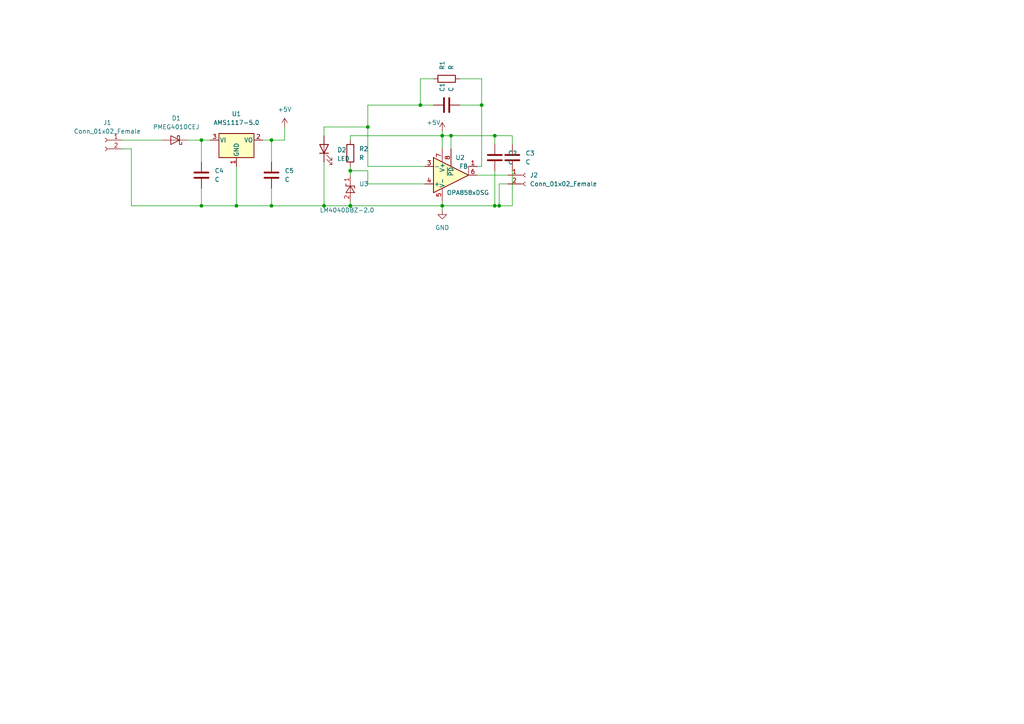
<source format=kicad_sch>
(kicad_sch (version 20211123) (generator eeschema)
  (paper "A4")
  (lib_symbols
    (symbol "Amplifier_Operational:OPA858xDSG" (pin_names (offset 0.127))
      (property "Reference" "U" (at 1.27 8.89 0))
      (property "Value" "OPA858xDSG" (at 1.27 6.35 0))
      (symbol "OPA858xDSG_0_0"
        (pin power_in line (at -2.54 7.62 270) (length 3.81) (name "V+") (number "7"))
        (pin input line (at 0 7.62 270) (length 5.08) (name "~{PD}") (number "8"))
        (pin passive line (at -2.54 -7.62 90) (length 3.81) hide (name "V-") (number "9"))
      )
      (symbol "OPA858xDSG_0_1"
        (polyline (pts (xy 5.08 0) (xy 5.08 2.54)) (stroke (width 0.1524)))
        (polyline (pts (xy -5.08 5.08) (xy 5.08 0) (xy -5.08 -5.08) (xy -5.08 5.08)) (stroke (width 0.254)) (fill (type background)))
        (pin no_connect line (at -5.08 -5.08 90) (length 3.81) hide (name "NC") (number "2"))
        (pin output line (at 7.62 0 180) (length 2.54) (name "~") (number "6"))
      )
      (symbol "OPA858xDSG_1_1"
        (pin output line (at 7.62 2.54 180) (length 2.54) (name "FB") (number "1"))
        (pin input line (at -7.62 2.54 0) (length 2.54) (name "-") (number "3"))
        (pin input line (at -7.62 -2.54 0) (length 2.54) (name "+") (number "4"))
        (pin power_in line (at -2.54 -7.62 90) (length 3.81) (name "V-") (number "5"))
      )
    )
    (symbol "Connector:Conn_01x02_Female" (pin_names (offset 1.016) hide)
      (property "Reference" "J" (at 0 2.54 0))
      (property "Value" "Conn_01x02_Female" (at 0 -5.08 0))
      (symbol "Conn_01x02_Female_1_1"
        (arc (start 0 -2.032) (mid -0.508 -2.54) (end 0 -3.048) (stroke (width 0.1524)))
        (polyline (pts (xy -1.27 -2.54) (xy -0.508 -2.54)) (stroke (width 0.1524)))
        (polyline (pts (xy -1.27 0) (xy -0.508 0)) (stroke (width 0.1524)))
        (arc (start 0 0.508) (mid -0.508 0) (end 0 -0.508) (stroke (width 0.1524)))
        (pin passive line (at -5.08 0 0) (length 3.81) (name "Pin_1") (number "1"))
        (pin passive line (at -5.08 -2.54 0) (length 3.81) (name "Pin_2") (number "2"))
      )
    )
    (symbol "Device:C" (pin_numbers hide) (pin_names (offset 0.254))
      (property "Reference" "C" (at 0.635 2.54 0))
      (property "Value" "C" (at 0.635 -2.54 0))
      (symbol "C_0_1"
        (polyline (pts (xy -2.032 -0.762) (xy 2.032 -0.762)) (stroke (width 0.508)))
        (polyline (pts (xy -2.032 0.762) (xy 2.032 0.762)) (stroke (width 0.508)))
      )
      (symbol "C_1_1"
        (pin passive line (at 0 3.81 270) (length 2.794) (name "~") (number "1"))
        (pin passive line (at 0 -3.81 90) (length 2.794) (name "~") (number "2"))
      )
    )
    (symbol "Device:LED" (pin_numbers hide) (pin_names (offset 1.016) hide)
      (property "Reference" "D" (at 0 2.54 0))
      (property "Value" "LED" (at 0 -2.54 0))
      (symbol "LED_0_1"
        (polyline (pts (xy -1.27 -1.27) (xy -1.27 1.27)) (stroke (width 0.254)))
        (polyline (pts (xy -1.27 0) (xy 1.27 0)))
        (polyline (pts (xy 1.27 -1.27) (xy 1.27 1.27) (xy -1.27 0) (xy 1.27 -1.27)) (stroke (width 0.254)))
        (polyline (pts (xy -3.048 -0.762) (xy -4.572 -2.286) (xy -3.81 -2.286) (xy -4.572 -2.286) (xy -4.572 -1.524)))
        (polyline (pts (xy -1.778 -0.762) (xy -3.302 -2.286) (xy -2.54 -2.286) (xy -3.302 -2.286) (xy -3.302 -1.524)))
      )
      (symbol "LED_1_1"
        (pin passive line (at -3.81 0 0) (length 2.54) (name "K") (number "1"))
        (pin passive line (at 3.81 0 180) (length 2.54) (name "A") (number "2"))
      )
    )
    (symbol "Device:R" (pin_numbers hide) (pin_names (offset 0))
      (property "Reference" "R" (at 2.032 0 90))
      (property "Value" "R" (at 0 0 90))
      (symbol "R_0_1"
        (rectangle (start -1.016 -2.54) (end 1.016 2.54) (stroke (width 0.254)))
      )
      (symbol "R_1_1"
        (pin passive line (at 0 3.81 270) (length 1.27) (name "~") (number "1"))
        (pin passive line (at 0 -3.81 90) (length 1.27) (name "~") (number "2"))
      )
    )
    (symbol "Diode:PMEG4010CEJ" (pin_numbers hide) (pin_names hide)
      (property "Reference" "D" (at 0 2.54 0))
      (property "Value" "PMEG4010CEJ" (at 0 -2.54 0))
      (symbol "PMEG4010CEJ_0_1"
        (polyline (pts (xy 1.27 0) (xy -1.27 0)))
        (polyline (pts (xy 1.27 1.27) (xy 1.27 -1.27) (xy -1.27 0) (xy 1.27 1.27)) (stroke (width 0.2032)))
        (polyline (pts (xy -1.905 0.635) (xy -1.905 1.27) (xy -1.27 1.27) (xy -1.27 -1.27) (xy -0.635 -1.27) (xy -0.635 -0.635)) (stroke (width 0.2032)))
      )
      (symbol "PMEG4010CEJ_1_1"
        (pin passive line (at -3.81 0 0) (length 2.54) (name "K") (number "1"))
        (pin passive line (at 3.81 0 180) (length 2.54) (name "A") (number "2"))
      )
    )
    (symbol "Reference_Voltage:LM4040DBZ-2.0" (pin_names (offset 0.0254) hide)
      (property "Reference" "U" (at 0 2.54 0))
      (property "Value" "LM4040DBZ-2.0" (at 0 -3.175 0))
      (symbol "LM4040DBZ-2.0_0_1"
        (polyline (pts (xy -1.27 0) (xy 0 0) (xy 1.27 0)))
        (polyline (pts (xy -1.27 -1.27) (xy 0.635 0) (xy -1.27 1.27) (xy -1.27 -1.27)) (stroke (width 0.2032)))
        (polyline (pts (xy 0 -1.27) (xy 0.635 -1.27) (xy 0.635 1.27) (xy 1.27 1.27)) (stroke (width 0.2032)))
      )
      (symbol "LM4040DBZ-2.0_1_1"
        (pin passive line (at 3.81 0 180) (length 2.54) (name "K") (number "1"))
        (pin passive line (at -3.81 0 0) (length 2.54) (name "A") (number "2"))
      )
    )
    (symbol "Regulator_Linear:AMS1117-5.0" (pin_names (offset 0.254))
      (property "Reference" "U" (at -3.81 3.175 0))
      (property "Value" "AMS1117-5.0" (at 0 3.175 0))
      (symbol "AMS1117-5.0_0_1"
        (rectangle (start -5.08 -5.08) (end 5.08 1.905) (stroke (width 0.254)) (fill (type background)))
      )
      (symbol "AMS1117-5.0_1_1"
        (pin power_in line (at 0 -7.62 90) (length 2.54) (name "GND") (number "1"))
        (pin power_out line (at 7.62 0 180) (length 2.54) (name "VO") (number "2"))
        (pin power_in line (at -7.62 0 0) (length 2.54) (name "VI") (number "3"))
      )
    )
    (symbol "power:+5V" (power) (pin_names (offset 0))
      (property "Value" "+5V" (at 0 3.556 0))
      (symbol "+5V_0_1"
        (polyline (pts (xy -0.762 1.27) (xy 0 2.54)))
        (polyline (pts (xy 0 0) (xy 0 2.54)))
        (polyline (pts (xy 0 2.54) (xy 0.762 1.27)))
      )
      (symbol "+5V_1_1"
        (pin power_in line (at 0 0 90) (length 0) hide (name "+5V") (number "1"))
      )
    )
    (symbol "power:GND" (power) (pin_names (offset 0))
      (property "Value" "GND" (at 0 -3.81 0))
      (symbol "GND_0_1"
        (polyline (pts (xy 0 0) (xy 0 -1.27) (xy 1.27 -1.27) (xy 0 -2.54) (xy -1.27 -1.27) (xy 0 -1.27)))
      )
      (symbol "GND_1_1"
        (pin power_in line (at 0 0 270) (length 0) hide (name "GND") (number "1"))
      )
    )
  )
  (junction (at 93.98 59.69))
  (junction (at 78.74 59.69))
  (junction (at 128.27 59.69))
  (junction (at 58.42 59.69))
  (junction (at 101.6 59.69))
  (junction (at 139.7 30.48))
  (junction (at 121.92 30.48))
  (junction (at 144.78 59.69))
  (junction (at 68.58 59.69))
  (junction (at 143.51 59.69))
  (junction (at 106.68 36.83))
  (junction (at 101.6 49.53))
  (junction (at 143.51 39.37))
  (junction (at 130.81 39.37))
  (junction (at 78.74 40.64))
  (junction (at 128.27 39.37))
  (junction (at 58.42 40.64))
  (wire (pts (xy 143.51 39.37) (xy 130.81 39.37)))
  (wire (pts (xy 58.42 54.61) (xy 58.42 59.69)))
  (wire (pts (xy 106.68 53.34) (xy 123.19 53.34)))
  (wire (pts (xy 68.58 59.69) (xy 78.74 59.69)))
  (wire (pts (xy 78.74 59.69) (xy 93.98 59.69)))
  (wire (pts (xy 128.27 39.37) (xy 130.81 39.37)))
  (wire (pts (xy 106.68 48.26) (xy 106.68 36.83)))
  (wire (pts (xy 121.92 30.48) (xy 125.73 30.48)))
  (wire (pts (xy 139.7 22.86) (xy 139.7 30.48)))
  (wire (pts (xy 93.98 46.99) (xy 93.98 59.69)))
  (wire (pts (xy 148.59 49.53) (xy 148.59 59.69)))
  (wire (pts (xy 144.78 59.69) (xy 143.51 59.69)))
  (wire (pts (xy 78.74 54.61) (xy 78.74 59.69)))
  (wire (pts (xy 139.7 30.48) (xy 139.7 48.26)))
  (wire (pts (xy 76.2 40.64) (xy 78.74 40.64)))
  (wire (pts (xy 78.74 40.64) (xy 82.55 40.64)))
  (wire (pts (xy 101.6 58.42) (xy 101.6 59.69)))
  (wire (pts (xy 101.6 59.69) (xy 128.27 59.69)))
  (wire (pts (xy 128.27 59.69) (xy 143.51 59.69)))
  (wire (pts (xy 101.6 39.37) (xy 128.27 39.37)))
  (wire (pts (xy 93.98 59.69) (xy 101.6 59.69)))
  (wire (pts (xy 147.32 53.34) (xy 144.78 53.34)))
  (wire (pts (xy 121.92 22.86) (xy 125.73 22.86)))
  (wire (pts (xy 133.35 22.86) (xy 139.7 22.86)))
  (wire (pts (xy 130.81 39.37) (xy 130.81 43.18)))
  (wire (pts (xy 101.6 48.26) (xy 101.6 49.53)))
  (wire (pts (xy 93.98 39.37) (xy 93.98 36.83)))
  (wire (pts (xy 106.68 36.83) (xy 106.68 30.48)))
  (wire (pts (xy 144.78 53.34) (xy 144.78 59.69)))
  (wire (pts (xy 93.98 36.83) (xy 106.68 36.83)))
  (wire (pts (xy 133.35 30.48) (xy 139.7 30.48)))
  (wire (pts (xy 138.43 50.8) (xy 147.32 50.8)))
  (wire (pts (xy 54.61 40.64) (xy 58.42 40.64)))
  (wire (pts (xy 82.55 36.83) (xy 82.55 40.64)))
  (wire (pts (xy 128.27 59.69) (xy 128.27 60.96)))
  (wire (pts (xy 68.58 48.26) (xy 68.58 59.69)))
  (wire (pts (xy 121.92 30.48) (xy 121.92 22.86)))
  (wire (pts (xy 106.68 48.26) (xy 123.19 48.26)))
  (wire (pts (xy 58.42 40.64) (xy 58.42 46.99)))
  (wire (pts (xy 148.59 41.91) (xy 148.59 39.37)))
  (wire (pts (xy 128.27 39.37) (xy 128.27 43.18)))
  (wire (pts (xy 106.68 49.53) (xy 101.6 49.53)))
  (wire (pts (xy 38.1 59.69) (xy 58.42 59.69)))
  (wire (pts (xy 58.42 40.64) (xy 60.96 40.64)))
  (wire (pts (xy 106.68 53.34) (xy 106.68 49.53)))
  (wire (pts (xy 78.74 46.99) (xy 78.74 40.64)))
  (wire (pts (xy 128.27 38.1) (xy 128.27 39.37)))
  (wire (pts (xy 35.56 43.18) (xy 38.1 43.18)))
  (wire (pts (xy 139.7 48.26) (xy 138.43 48.26)))
  (wire (pts (xy 143.51 49.53) (xy 143.51 59.69)))
  (wire (pts (xy 148.59 39.37) (xy 143.51 39.37)))
  (wire (pts (xy 101.6 49.53) (xy 101.6 50.8)))
  (wire (pts (xy 148.59 59.69) (xy 144.78 59.69)))
  (wire (pts (xy 128.27 58.42) (xy 128.27 59.69)))
  (wire (pts (xy 101.6 39.37) (xy 101.6 40.64)))
  (wire (pts (xy 35.56 40.64) (xy 46.99 40.64)))
  (wire (pts (xy 143.51 39.37) (xy 143.51 41.91)))
  (wire (pts (xy 58.42 59.69) (xy 68.58 59.69)))
  (wire (pts (xy 106.68 30.48) (xy 121.92 30.48)))
  (wire (pts (xy 38.1 43.18) (xy 38.1 59.69)))
  (symbol (lib_id "Device:C") (at 148.59 45.72 180) (unit 1)
    (property "Reference" "C3" (at 152.4 44.4499 0) (effects (justify right)))
    (property "Value" "C" (at 152.4 46.9899 0) (effects (justify right)))
    (property "Footprint" "Capacitor_SMD:C_0201_0603Metric" (effects hide))
  )
  (symbol (lib_id "Connector:Conn_01x02_Female") (at 30.48 40.64 0) (mirror y) (unit 1)
    (property "Reference" "J1" (at 31.115 35.56 0))
    (property "Value" "Conn_01x02_Female" (at 31.115 38.1 0))
    (property "Footprint" "Connector_PinHeader_2.54mm:PinHeader_1x02_P2.54mm_Vertical" (effects hide))
  )
  (symbol (lib_id "power:GND") (at 128.27 60.96 0) (unit 1)
    (property "Reference" "#PWR03" (effects hide))
    (property "Value" "GND" (at 128.27 66.04 0))
  )
  (symbol (lib_id "Device:C") (at 143.51 45.72 180) (unit 1)
    (property "Reference" "C2" (at 147.32 44.4499 0) (effects (justify right)))
    (property "Value" "C" (at 147.32 46.9899 0) (effects (justify right)))
    (property "Footprint" "Capacitor_SMD:C_0201_0603Metric" (effects hide))
  )
  (symbol (lib_id "Regulator_Linear:AMS1117-5.0") (at 68.58 40.64 0) (unit 1)
    (property "Reference" "U1" (at 68.58 33.02 0))
    (property "Value" "AMS1117-5.0" (at 68.58 35.56 0))
    (property "Footprint" "Package_TO_SOT_SMD:SOT-223-3_TabPin2" (effects hide))
    (property "Datasheet" "http://www.advanced-monolithic.com/pdf/ds1117.pdf" (effects hide))
  )
  (symbol (lib_id "Device:C") (at 129.54 30.48 90) (unit 1)
    (property "Reference" "C1" (at 128.2699 26.67 0) (effects (justify left)))
    (property "Value" "C" (at 130.8099 26.67 0) (effects (justify left)))
    (property "Footprint" "Capacitor_SMD:C_0201_0603Metric" (effects hide))
  )
  (symbol (lib_id "Device:C") (at 78.74 50.8 180) (unit 1)
    (property "Reference" "C5" (at 82.55 49.5299 0) (effects (justify right)))
    (property "Value" "C" (at 82.55 52.0699 0) (effects (justify right)))
    (property "Footprint" "Capacitor_SMD:C_0603_1608Metric_Pad1.08x0.95mm_HandSolder" (effects hide))
  )
  (symbol (lib_id "Diode:PMEG4010CEJ") (at 50.8 40.64 180) (unit 1)
    (property "Reference" "D1" (at 51.1175 34.29 0))
    (property "Value" "PMEG4010CEJ" (at 51.1175 36.83 0))
    (property "Footprint" "Diode_SMD:D_SOD-323F" (effects hide))
    (property "Datasheet" "https://assets.nexperia.com/documents/data-sheet/PMEG4010CEH_PMEG4010CEJ.pdf" (effects hide))
  )
  (symbol (lib_id "Device:C") (at 58.42 50.8 180) (unit 1)
    (property "Reference" "C4" (at 62.23 49.5299 0) (effects (justify right)))
    (property "Value" "C" (at 62.23 52.0699 0) (effects (justify right)))
    (property "Footprint" "Capacitor_SMD:C_0603_1608Metric_Pad1.08x0.95mm_HandSolder" (effects hide))
  )
  (symbol (lib_id "Device:LED") (at 93.98 43.18 90) (unit 1)
    (property "Reference" "D2" (at 97.79 43.4974 90) (effects (justify right)))
    (property "Value" "LED" (at 97.79 46.0374 90) (effects (justify right)))
    (property "Footprint" "LED_THT:LED_D5.0mm_Clear" (effects hide))
  )
  (symbol (lib_id "Amplifier_Operational:OPA858xDSG") (at 130.81 50.8 0) (unit 1)
    (property "Reference" "U2" (at 132.08 45.72 0) (effects (justify left)))
    (property "Value" "OPA858xDSG" (at 129.54 55.88 0) (effects (justify left)))
    (property "Footprint" "Package_SON:WSON-8-1EP_2x2mm_P0.5mm_EP0.9x1.6mm_ThermalVias" (effects hide))
    (property "Datasheet" "http://www.ti.com/lit/ds/symlink/opa858.pdf" (effects hide))
  )
  (symbol (lib_id "power:+5V") (at 82.55 36.83 0) (unit 1)
    (property "Reference" "#PWR01" (effects hide))
    (property "Value" "+5V" (at 82.55 31.75 0))
  )
  (symbol (lib_id "Device:R") (at 129.54 22.86 90) (unit 1)
    (property "Reference" "R1" (at 128.2699 20.32 0) (effects (justify left)))
    (property "Value" "R" (at 130.8099 20.32 0) (effects (justify left)))
    (property "Footprint" "Resistor_SMD:R_0201_0603Metric" (effects hide))
  )
  (symbol (lib_id "power:+5V") (at 128.27 38.1 0) (unit 1)
    (property "Reference" "#PWR02" (effects hide))
    (property "Value" "+5V" (at 125.73 35.56 0))
  )
  (symbol (lib_id "Connector:Conn_01x02_Female") (at 152.4 50.8 0) (unit 1)
    (property "Reference" "J2" (at 153.67 50.7999 0) (effects (justify left)))
    (property "Value" "Conn_01x02_Female" (at 153.67 53.3399 0) (effects (justify left)))
    (property "Footprint" "Connector_PinHeader_2.54mm:PinHeader_1x02_P2.54mm_Vertical" (effects hide))
  )
  (symbol (lib_id "Device:R") (at 101.6 44.45 180) (unit 1)
    (property "Reference" "R2" (at 104.14 43.1799 0) (effects (justify right)))
    (property "Value" "R" (at 104.14 45.7199 0) (effects (justify right)))
    (property "Footprint" "Resistor_SMD:R_0402_1005Metric_Pad0.72x0.64mm_HandSolder" (effects hide))
  )
  (symbol (lib_id "Reference_Voltage:LM4040DBZ-2.0") (at 101.6 54.61 90) (unit 1)
    (property "Reference" "U3" (at 104.14 53.3399 90) (effects (justify right)))
    (property "Value" "LM4040DBZ-2.0" (at 92.71 60.96 90) (effects (justify right)))
    (property "Footprint" "Package_TO_SOT_SMD:SOT-23" (effects hide))
    (property "Datasheet" "http://www.ti.com/lit/ds/symlink/lm4040-n.pdf" (effects hide))
  )
)
</source>
